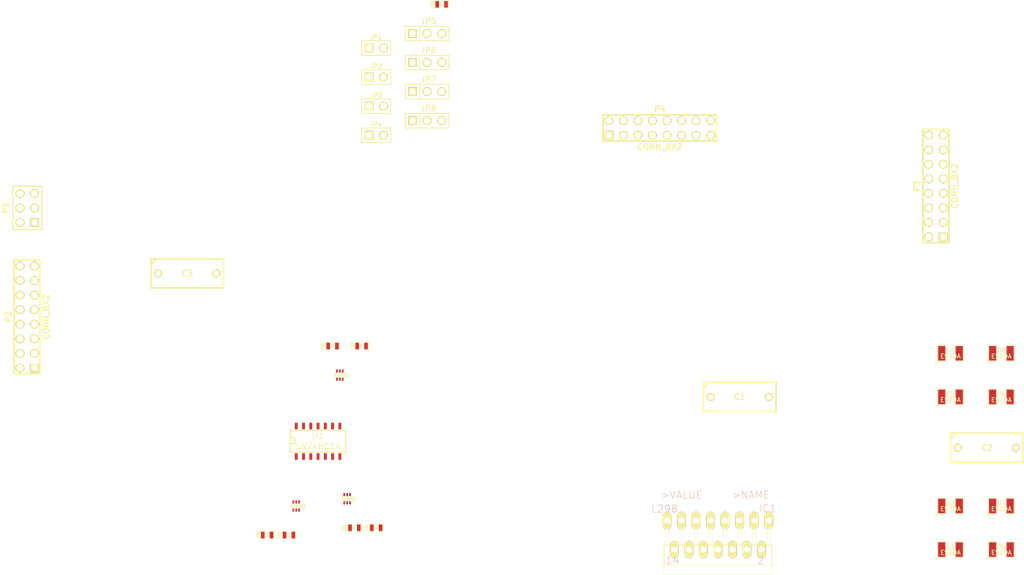
<source format=kicad_pcb>
(kicad_pcb (version 3) (host pcbnew "(2013-mar-25)-stable")

  (general
    (links 119)
    (no_connects 119)
    (area 89.3064 80.20685 268.374001 181.206141)
    (thickness 1.6)
    (drawings 0)
    (tracks 0)
    (zones 0)
    (modules 35)
    (nets 34)
  )

  (page A3)
  (layers
    (15 F.Cu signal)
    (0 B.Cu signal)
    (16 B.Adhes user)
    (17 F.Adhes user)
    (18 B.Paste user)
    (19 F.Paste user)
    (20 B.SilkS user)
    (21 F.SilkS user)
    (22 B.Mask user)
    (23 F.Mask user)
    (24 Dwgs.User user)
    (25 Cmts.User user)
    (26 Eco1.User user)
    (27 Eco2.User user)
    (28 Edge.Cuts user)
  )

  (setup
    (last_trace_width 0.254)
    (trace_clearance 0.254)
    (zone_clearance 0.508)
    (zone_45_only no)
    (trace_min 0.254)
    (segment_width 0.2)
    (edge_width 0.15)
    (via_size 0.889)
    (via_drill 0.635)
    (via_min_size 0.889)
    (via_min_drill 0.508)
    (uvia_size 0.508)
    (uvia_drill 0.127)
    (uvias_allowed no)
    (uvia_min_size 0.508)
    (uvia_min_drill 0.127)
    (pcb_text_width 0.3)
    (pcb_text_size 1 1)
    (mod_edge_width 0.15)
    (mod_text_size 1 1)
    (mod_text_width 0.15)
    (pad_size 1 1)
    (pad_drill 0.6)
    (pad_to_mask_clearance 0)
    (aux_axis_origin 0 0)
    (visible_elements FFFFFBBF)
    (pcbplotparams
      (layerselection 3178497)
      (usegerberextensions true)
      (excludeedgelayer true)
      (linewidth 152400)
      (plotframeref false)
      (viasonmask false)
      (mode 1)
      (useauxorigin false)
      (hpglpennumber 1)
      (hpglpenspeed 20)
      (hpglpendiameter 15)
      (hpglpenoverlay 2)
      (psnegative false)
      (psa4output false)
      (plotreference true)
      (plotvalue true)
      (plotothertext true)
      (plotinvisibletext false)
      (padsonsilk false)
      (subtractmaskfromsilk false)
      (outputformat 1)
      (mirror false)
      (drillshape 1)
      (scaleselection 1)
      (outputdirectory ""))
  )

  (net 0 "")
  (net 1 +12V)
  (net 2 +5V)
  (net 3 +9V)
  (net 4 DRV1_EN1)
  (net 5 DRV1_EN1_TTL)
  (net 6 DRV1_EN2)
  (net 7 DRV1_EN2_TTL)
  (net 8 DRV1_IN1)
  (net 9 DRV1_IN1_TTL)
  (net 10 DRV1_IN2)
  (net 11 DRV1_IN2_TTL)
  (net 12 DRV1_IN3)
  (net 13 DRV1_IN3_TTL)
  (net 14 DRV1_IN4)
  (net 15 DRV1_IN4_TTL)
  (net 16 GND)
  (net 17 N-0000015)
  (net 18 N-0000016)
  (net 19 N-0000017)
  (net 20 N-0000018)
  (net 21 N-0000019)
  (net 22 N-0000028)
  (net 23 N-0000029)
  (net 24 N-0000030)
  (net 25 N-0000032)
  (net 26 N-0000033)
  (net 27 N-0000034)
  (net 28 N-0000035)
  (net 29 N-0000036)
  (net 30 N-0000037)
  (net 31 N-0000038)
  (net 32 VCC)
  (net 33 VSS)

  (net_class Default "This is the default net class."
    (clearance 0.254)
    (trace_width 0.254)
    (via_dia 0.889)
    (via_drill 0.635)
    (uvia_dia 0.508)
    (uvia_drill 0.127)
    (add_net "")
    (add_net +12V)
    (add_net +5V)
    (add_net +9V)
    (add_net DRV1_EN1)
    (add_net DRV1_EN1_TTL)
    (add_net DRV1_EN2)
    (add_net DRV1_EN2_TTL)
    (add_net DRV1_IN1)
    (add_net DRV1_IN1_TTL)
    (add_net DRV1_IN2)
    (add_net DRV1_IN2_TTL)
    (add_net DRV1_IN3)
    (add_net DRV1_IN3_TTL)
    (add_net DRV1_IN4)
    (add_net DRV1_IN4_TTL)
    (add_net GND)
    (add_net N-0000015)
    (add_net N-0000016)
    (add_net N-0000017)
    (add_net N-0000018)
    (add_net N-0000019)
    (add_net N-0000028)
    (add_net N-0000029)
    (add_net N-0000030)
    (add_net N-0000032)
    (add_net N-0000033)
    (add_net N-0000034)
    (add_net N-0000035)
    (add_net N-0000036)
    (add_net N-0000037)
    (add_net N-0000038)
    (add_net VCC)
    (add_net VSS)
  )

  (module st-microelectronics-MULTIWATT-15 (layer F.Cu) (tedit 200000) (tstamp 5251713D)
    (at 214.63 179.07 180)
    (descr "MULTIWATT 15 LEAD")
    (tags "MULTIWATT 15 LEAD")
    (path /524C8B94)
    (attr virtual)
    (fp_text reference IC1 (at -8.69188 9.7028 180) (layer B.SilkS)
      (effects (font (size 1.27 1.27) (thickness 0.0889)))
    )
    (fp_text value L298 (at 9.32688 9.64184 180) (layer B.SilkS)
      (effects (font (size 1.27 1.27) (thickness 0.0889)))
    )
    (fp_line (start -9.144 6.096) (end -8.636 6.096) (layer F.SilkS) (width 0.06604))
    (fp_line (start -8.636 6.096) (end -8.636 3.302) (layer F.SilkS) (width 0.06604))
    (fp_line (start -9.144 3.302) (end -8.636 3.302) (layer F.SilkS) (width 0.06604))
    (fp_line (start -9.144 6.096) (end -9.144 3.302) (layer F.SilkS) (width 0.06604))
    (fp_line (start -6.604 6.096) (end -6.096 6.096) (layer F.SilkS) (width 0.06604))
    (fp_line (start -6.096 6.096) (end -6.096 3.302) (layer F.SilkS) (width 0.06604))
    (fp_line (start -6.604 3.302) (end -6.096 3.302) (layer F.SilkS) (width 0.06604))
    (fp_line (start -6.604 6.096) (end -6.604 3.302) (layer F.SilkS) (width 0.06604))
    (fp_line (start -4.064 6.096) (end -3.556 6.096) (layer F.SilkS) (width 0.06604))
    (fp_line (start -3.556 6.096) (end -3.556 3.302) (layer F.SilkS) (width 0.06604))
    (fp_line (start -4.064 3.302) (end -3.556 3.302) (layer F.SilkS) (width 0.06604))
    (fp_line (start -4.064 6.096) (end -4.064 3.302) (layer F.SilkS) (width 0.06604))
    (fp_line (start -1.524 6.096) (end -1.016 6.096) (layer F.SilkS) (width 0.06604))
    (fp_line (start -1.016 6.096) (end -1.016 3.302) (layer F.SilkS) (width 0.06604))
    (fp_line (start -1.524 3.302) (end -1.016 3.302) (layer F.SilkS) (width 0.06604))
    (fp_line (start -1.524 6.096) (end -1.524 3.302) (layer F.SilkS) (width 0.06604))
    (fp_line (start 1.016 6.096) (end 1.524 6.096) (layer F.SilkS) (width 0.06604))
    (fp_line (start 1.524 6.096) (end 1.524 3.302) (layer F.SilkS) (width 0.06604))
    (fp_line (start 1.016 3.302) (end 1.524 3.302) (layer F.SilkS) (width 0.06604))
    (fp_line (start 1.016 6.096) (end 1.016 3.302) (layer F.SilkS) (width 0.06604))
    (fp_line (start 3.556 6.096) (end 4.064 6.096) (layer F.SilkS) (width 0.06604))
    (fp_line (start 4.064 6.096) (end 4.064 3.302) (layer F.SilkS) (width 0.06604))
    (fp_line (start 3.556 3.302) (end 4.064 3.302) (layer F.SilkS) (width 0.06604))
    (fp_line (start 3.556 6.096) (end 3.556 3.302) (layer F.SilkS) (width 0.06604))
    (fp_line (start 6.096 6.096) (end 6.604 6.096) (layer F.SilkS) (width 0.06604))
    (fp_line (start 6.604 6.096) (end 6.604 3.302) (layer F.SilkS) (width 0.06604))
    (fp_line (start 6.096 3.302) (end 6.604 3.302) (layer F.SilkS) (width 0.06604))
    (fp_line (start 6.096 6.096) (end 6.096 3.302) (layer F.SilkS) (width 0.06604))
    (fp_line (start 8.636 6.096) (end 9.144 6.096) (layer F.SilkS) (width 0.06604))
    (fp_line (start 9.144 6.096) (end 9.144 3.302) (layer F.SilkS) (width 0.06604))
    (fp_line (start 8.636 3.302) (end 9.144 3.302) (layer F.SilkS) (width 0.06604))
    (fp_line (start 8.636 6.096) (end 8.636 3.302) (layer F.SilkS) (width 0.06604))
    (fp_line (start -9.4742 -0.17272) (end 9.4742 -0.17272) (layer F.SilkS) (width 0.06604))
    (fp_line (start 9.4742 -0.17272) (end 9.4742 -1.84912) (layer F.SilkS) (width 0.06604))
    (fp_line (start -9.4742 -1.84912) (end 9.4742 -1.84912) (layer F.SilkS) (width 0.06604))
    (fp_line (start -9.4742 -0.17272) (end -9.4742 -1.84912) (layer F.SilkS) (width 0.06604))
    (fp_line (start -9.398 3.302) (end -9.144 3.302) (layer F.SilkS) (width 0.1524))
    (fp_line (start -9.144 3.302) (end 9.144 3.302) (layer F.SilkS) (width 0.1524))
    (fp_line (start 9.144 3.302) (end 9.398 3.302) (layer F.SilkS) (width 0.1524))
    (fp_line (start -9.398 -0.254) (end -9.398 3.302) (layer F.SilkS) (width 0.1524))
    (fp_line (start 9.398 -0.254) (end 9.398 3.302) (layer F.SilkS) (width 0.1524))
    (fp_text user 2 (at -7.54126 0.635 180) (layer B.SilkS)
      (effects (font (size 1.27 1.27) (thickness 0.0889)))
    )
    (fp_text user 14 (at 7.9375 0.635 180) (layer B.SilkS)
      (effects (font (size 1.27 1.27) (thickness 0.0889)))
    )
    (fp_text user >NAME (at -5.715 12.065 180) (layer B.SilkS)
      (effects (font (size 1.27 1.27) (thickness 0.0889)))
    )
    (fp_text user >VALUE (at 6.35 12.065 180) (layer B.SilkS)
      (effects (font (size 1.27 1.27) (thickness 0.0889)))
    )
    (pad 1 thru_hole oval (at -8.89 7.62 180) (size 1.524 3.048) (drill 1.016)
      (layers *.Cu F.Paste F.SilkS F.Mask)
      (net 16 GND)
    )
    (pad 2 thru_hole oval (at -7.62 2.54 180) (size 1.524 3.048) (drill 1.016)
      (layers *.Cu F.Paste F.SilkS F.Mask)
      (net 26 N-0000033)
    )
    (pad 3 thru_hole oval (at -6.35 7.62 180) (size 1.524 3.048) (drill 1.016)
      (layers *.Cu F.Paste F.SilkS F.Mask)
      (net 23 N-0000029)
    )
    (pad 4 thru_hole oval (at -5.08 2.54 180) (size 1.524 3.048) (drill 1.016)
      (layers *.Cu F.Paste F.SilkS F.Mask)
      (net 33 VSS)
    )
    (pad 5 thru_hole oval (at -3.81 7.62 180) (size 1.524 3.048) (drill 1.016)
      (layers *.Cu F.Paste F.SilkS F.Mask)
      (net 17 N-0000015)
    )
    (pad 6 thru_hole oval (at -2.54 2.54 180) (size 1.524 3.048) (drill 1.016)
      (layers *.Cu F.Paste F.SilkS F.Mask)
      (net 5 DRV1_EN1_TTL)
    )
    (pad 7 thru_hole oval (at -1.27 7.62 180) (size 1.524 3.048) (drill 1.016)
      (layers *.Cu F.Paste F.SilkS F.Mask)
      (net 18 N-0000016)
    )
    (pad 8 thru_hole oval (at 0 2.54 180) (size 1.524 3.048) (drill 1.016)
      (layers *.Cu F.Paste F.SilkS F.Mask)
      (net 16 GND)
    )
    (pad 9 thru_hole oval (at 1.27 7.62 180) (size 1.524 3.048) (drill 1.016)
      (layers *.Cu F.Paste F.SilkS F.Mask)
      (net 32 VCC)
    )
    (pad 10 thru_hole oval (at 2.54 2.54 180) (size 1.524 3.048) (drill 1.016)
      (layers *.Cu F.Paste F.SilkS F.Mask)
      (net 19 N-0000017)
    )
    (pad 11 thru_hole oval (at 3.81 7.62 180) (size 1.524 3.048) (drill 1.016)
      (layers *.Cu F.Paste F.SilkS F.Mask)
      (net 7 DRV1_EN2_TTL)
    )
    (pad 12 thru_hole oval (at 5.08 2.54 180) (size 1.524 3.048) (drill 1.016)
      (layers *.Cu F.Paste F.SilkS F.Mask)
      (net 20 N-0000018)
    )
    (pad 13 thru_hole oval (at 6.35 7.62 180) (size 1.524 3.048) (drill 1.016)
      (layers *.Cu F.Paste F.SilkS F.Mask)
      (net 22 N-0000028)
    )
    (pad 14 thru_hole oval (at 7.62 2.54 180) (size 1.524 3.048) (drill 1.016)
      (layers *.Cu F.Paste F.SilkS F.Mask)
      (net 25 N-0000032)
    )
    (pad 15 thru_hole oval (at 8.89 7.62 180) (size 1.524 3.048) (drill 1.016)
      (layers *.Cu F.Paste F.SilkS F.Mask)
      (net 16 GND)
    )
  )

  (module SOT363 (layer F.Cu) (tedit 4ECF8DD7) (tstamp 5251714C)
    (at 140.97 168.91)
    (path /52324843)
    (attr smd)
    (fp_text reference Q1 (at 1.30048 0 90) (layer F.SilkS)
      (effects (font (size 0.508 0.508) (thickness 0.0762)))
    )
    (fp_text value PUMH9 (at 0.0635 0) (layer F.SilkS)
      (effects (font (size 0.381 0.381) (thickness 0.0762)))
    )
    (fp_line (start -0.89916 0) (end -0.59944 0.29972) (layer F.SilkS) (width 0.0762))
    (fp_line (start -0.89916 -0.29972) (end 0.89916 -0.29972) (layer F.SilkS) (width 0.0762))
    (fp_line (start 0.89916 -0.29972) (end 0.89916 0.29972) (layer F.SilkS) (width 0.0762))
    (fp_line (start 0.89916 0.29972) (end -0.89916 0.29972) (layer F.SilkS) (width 0.0762))
    (fp_line (start -0.89916 0.29972) (end -0.89916 -0.29972) (layer F.SilkS) (width 0.0762))
    (pad 6 smd rect (at -0.50038 -0.71882) (size 0.29972 0.55118)
      (layers F.Cu F.Paste F.Mask)
      (net 31 N-0000038)
    )
    (pad 5 smd rect (at 0 -0.71882) (size 0.29972 0.55118)
      (layers F.Cu F.Paste F.Mask)
      (net 10 DRV1_IN2)
    )
    (pad 4 smd rect (at 0.50038 -0.71882) (size 0.29972 0.55118)
      (layers F.Cu F.Paste F.Mask)
      (net 16 GND)
    )
    (pad 3 smd rect (at 0.50038 0.71882) (size 0.29972 0.55118)
      (layers F.Cu F.Paste F.Mask)
      (net 28 N-0000035)
    )
    (pad 2 smd rect (at 0 0.71882) (size 0.29972 0.55118)
      (layers F.Cu F.Paste F.Mask)
      (net 8 DRV1_IN1)
    )
    (pad 1 smd rect (at -0.50038 0.71882) (size 0.29972 0.55118)
      (layers F.Cu F.Paste F.Mask)
      (net 16 GND)
    )
    (model smd\SOT23_6.wrl
      (at (xyz 0 0 0))
      (scale (xyz 0.06 0.06 0.06))
      (rotate (xyz 0 0 -180))
    )
  )

  (module SOT363 (layer F.Cu) (tedit 4ECF8DD7) (tstamp 5251715B)
    (at 149.86 167.64)
    (path /524B5453)
    (attr smd)
    (fp_text reference Q2 (at 1.30048 0 90) (layer F.SilkS)
      (effects (font (size 0.508 0.508) (thickness 0.0762)))
    )
    (fp_text value PUMH9 (at 0.0635 0) (layer F.SilkS)
      (effects (font (size 0.381 0.381) (thickness 0.0762)))
    )
    (fp_line (start -0.89916 0) (end -0.59944 0.29972) (layer F.SilkS) (width 0.0762))
    (fp_line (start -0.89916 -0.29972) (end 0.89916 -0.29972) (layer F.SilkS) (width 0.0762))
    (fp_line (start 0.89916 -0.29972) (end 0.89916 0.29972) (layer F.SilkS) (width 0.0762))
    (fp_line (start 0.89916 0.29972) (end -0.89916 0.29972) (layer F.SilkS) (width 0.0762))
    (fp_line (start -0.89916 0.29972) (end -0.89916 -0.29972) (layer F.SilkS) (width 0.0762))
    (pad 6 smd rect (at -0.50038 -0.71882) (size 0.29972 0.55118)
      (layers F.Cu F.Paste F.Mask)
      (net 29 N-0000036)
    )
    (pad 5 smd rect (at 0 -0.71882) (size 0.29972 0.55118)
      (layers F.Cu F.Paste F.Mask)
      (net 12 DRV1_IN3)
    )
    (pad 4 smd rect (at 0.50038 -0.71882) (size 0.29972 0.55118)
      (layers F.Cu F.Paste F.Mask)
      (net 16 GND)
    )
    (pad 3 smd rect (at 0.50038 0.71882) (size 0.29972 0.55118)
      (layers F.Cu F.Paste F.Mask)
      (net 30 N-0000037)
    )
    (pad 2 smd rect (at 0 0.71882) (size 0.29972 0.55118)
      (layers F.Cu F.Paste F.Mask)
      (net 4 DRV1_EN1)
    )
    (pad 1 smd rect (at -0.50038 0.71882) (size 0.29972 0.55118)
      (layers F.Cu F.Paste F.Mask)
      (net 16 GND)
    )
    (model smd\SOT23_6.wrl
      (at (xyz 0 0 0))
      (scale (xyz 0.06 0.06 0.06))
      (rotate (xyz 0 0 -180))
    )
  )

  (module SOT363 (layer F.Cu) (tedit 4ECF8DD7) (tstamp 5251716A)
    (at 148.59 146.05)
    (path /524B5471)
    (attr smd)
    (fp_text reference Q3 (at 1.30048 0 90) (layer F.SilkS)
      (effects (font (size 0.508 0.508) (thickness 0.0762)))
    )
    (fp_text value PUMH9 (at 0.0635 0) (layer F.SilkS)
      (effects (font (size 0.381 0.381) (thickness 0.0762)))
    )
    (fp_line (start -0.89916 0) (end -0.59944 0.29972) (layer F.SilkS) (width 0.0762))
    (fp_line (start -0.89916 -0.29972) (end 0.89916 -0.29972) (layer F.SilkS) (width 0.0762))
    (fp_line (start 0.89916 -0.29972) (end 0.89916 0.29972) (layer F.SilkS) (width 0.0762))
    (fp_line (start 0.89916 0.29972) (end -0.89916 0.29972) (layer F.SilkS) (width 0.0762))
    (fp_line (start -0.89916 0.29972) (end -0.89916 -0.29972) (layer F.SilkS) (width 0.0762))
    (pad 6 smd rect (at -0.50038 -0.71882) (size 0.29972 0.55118)
      (layers F.Cu F.Paste F.Mask)
      (net 27 N-0000034)
    )
    (pad 5 smd rect (at 0 -0.71882) (size 0.29972 0.55118)
      (layers F.Cu F.Paste F.Mask)
      (net 6 DRV1_EN2)
    )
    (pad 4 smd rect (at 0.50038 -0.71882) (size 0.29972 0.55118)
      (layers F.Cu F.Paste F.Mask)
      (net 16 GND)
    )
    (pad 3 smd rect (at 0.50038 0.71882) (size 0.29972 0.55118)
      (layers F.Cu F.Paste F.Mask)
      (net 24 N-0000030)
    )
    (pad 2 smd rect (at 0 0.71882) (size 0.29972 0.55118)
      (layers F.Cu F.Paste F.Mask)
      (net 14 DRV1_IN4)
    )
    (pad 1 smd rect (at -0.50038 0.71882) (size 0.29972 0.55118)
      (layers F.Cu F.Paste F.Mask)
      (net 16 GND)
    )
    (model smd\SOT23_6.wrl
      (at (xyz 0 0 0))
      (scale (xyz 0.06 0.06 0.06))
      (rotate (xyz 0 0 -180))
    )
  )

  (module SO14E (layer F.Cu) (tedit 42806FBF) (tstamp 52517183)
    (at 144.78 157.48)
    (descr "module CMS SOJ 14 pins etroit")
    (tags "CMS SOJ")
    (path /5232479F)
    (attr smd)
    (fp_text reference U1 (at 0 -0.762) (layer F.SilkS)
      (effects (font (size 1.016 1.143) (thickness 0.127)))
    )
    (fp_text value SN74HC14 (at 0 1.016) (layer F.SilkS)
      (effects (font (size 1.016 1.016) (thickness 0.127)))
    )
    (fp_line (start -4.826 -1.778) (end 4.826 -1.778) (layer F.SilkS) (width 0.2032))
    (fp_line (start 4.826 -1.778) (end 4.826 2.032) (layer F.SilkS) (width 0.2032))
    (fp_line (start 4.826 2.032) (end -4.826 2.032) (layer F.SilkS) (width 0.2032))
    (fp_line (start -4.826 2.032) (end -4.826 -1.778) (layer F.SilkS) (width 0.2032))
    (fp_line (start -4.826 -0.508) (end -4.064 -0.508) (layer F.SilkS) (width 0.2032))
    (fp_line (start -4.064 -0.508) (end -4.064 0.508) (layer F.SilkS) (width 0.2032))
    (fp_line (start -4.064 0.508) (end -4.826 0.508) (layer F.SilkS) (width 0.2032))
    (pad 1 smd rect (at -3.81 2.794) (size 0.508 1.143)
      (layers F.Cu F.Paste F.Mask)
      (net 31 N-0000038)
    )
    (pad 2 smd rect (at -2.54 2.794) (size 0.508 1.143)
      (layers F.Cu F.Paste F.Mask)
      (net 9 DRV1_IN1_TTL)
    )
    (pad 3 smd rect (at -1.27 2.794) (size 0.508 1.143)
      (layers F.Cu F.Paste F.Mask)
      (net 28 N-0000035)
    )
    (pad 4 smd rect (at 0 2.794) (size 0.508 1.143)
      (layers F.Cu F.Paste F.Mask)
      (net 11 DRV1_IN2_TTL)
    )
    (pad 5 smd rect (at 1.27 2.794) (size 0.508 1.143)
      (layers F.Cu F.Paste F.Mask)
      (net 29 N-0000036)
    )
    (pad 6 smd rect (at 2.54 2.794) (size 0.508 1.143)
      (layers F.Cu F.Paste F.Mask)
      (net 5 DRV1_EN1_TTL)
    )
    (pad 7 smd rect (at 3.81 2.794) (size 0.508 1.143)
      (layers F.Cu F.Paste F.Mask)
      (net 16 GND)
    )
    (pad 8 smd rect (at 3.81 -2.54) (size 0.508 1.143)
      (layers F.Cu F.Paste F.Mask)
      (net 13 DRV1_IN3_TTL)
    )
    (pad 9 smd rect (at 2.54 -2.54) (size 0.508 1.143)
      (layers F.Cu F.Paste F.Mask)
      (net 30 N-0000037)
    )
    (pad 10 smd rect (at 1.27 -2.54) (size 0.508 1.143)
      (layers F.Cu F.Paste F.Mask)
      (net 15 DRV1_IN4_TTL)
    )
    (pad 11 smd rect (at 0 -2.54) (size 0.508 1.143)
      (layers F.Cu F.Paste F.Mask)
      (net 27 N-0000034)
    )
    (pad 12 smd rect (at -1.27 -2.54) (size 0.508 1.143)
      (layers F.Cu F.Paste F.Mask)
      (net 7 DRV1_EN2_TTL)
    )
    (pad 13 smd rect (at -2.54 -2.54) (size 0.508 1.143)
      (layers F.Cu F.Paste F.Mask)
      (net 24 N-0000030)
    )
    (pad 14 smd rect (at -3.81 -2.54) (size 0.508 1.143)
      (layers F.Cu F.Paste F.Mask)
      (net 32 VCC)
    )
    (model smd/cms_so14.wrl
      (at (xyz 0 0 0))
      (scale (xyz 0.5 0.3 0.5))
      (rotate (xyz 0 0 0))
    )
  )

  (module SM1210 (layer F.Cu) (tedit 42806E94) (tstamp 52517190)
    (at 255.27 176.53)
    (tags "CMS SM")
    (path /5232499A)
    (attr smd)
    (fp_text reference D1 (at 0 -0.508) (layer F.SilkS)
      (effects (font (size 0.762 0.762) (thickness 0.127)))
    )
    (fp_text value ES2DA (at 0 0.508) (layer F.SilkS)
      (effects (font (size 0.762 0.762) (thickness 0.127)))
    )
    (fp_circle (center -2.413 1.524) (end -2.286 1.397) (layer F.SilkS) (width 0.127))
    (fp_line (start -0.762 -1.397) (end -2.286 -1.397) (layer F.SilkS) (width 0.127))
    (fp_line (start -2.286 -1.397) (end -2.286 1.397) (layer F.SilkS) (width 0.127))
    (fp_line (start -2.286 1.397) (end -0.762 1.397) (layer F.SilkS) (width 0.127))
    (fp_line (start 0.762 1.397) (end 2.286 1.397) (layer F.SilkS) (width 0.127))
    (fp_line (start 2.286 1.397) (end 2.286 -1.397) (layer F.SilkS) (width 0.127))
    (fp_line (start 2.286 -1.397) (end 0.762 -1.397) (layer F.SilkS) (width 0.127))
    (pad 1 smd rect (at -1.524 0) (size 1.27 2.54)
      (layers F.Cu F.Paste F.Mask)
      (net 16 GND)
    )
    (pad 2 smd rect (at 1.524 0) (size 1.27 2.54)
      (layers F.Cu F.Paste F.Mask)
      (net 26 N-0000033)
    )
    (model smd/chip_cms.wrl
      (at (xyz 0 0 0))
      (scale (xyz 0.17 0.2 0.17))
      (rotate (xyz 0 0 0))
    )
  )

  (module SM1210 (layer F.Cu) (tedit 42806E94) (tstamp 5251719D)
    (at 264.16 176.53)
    (tags "CMS SM")
    (path /523249A9)
    (attr smd)
    (fp_text reference D5 (at 0 -0.508) (layer F.SilkS)
      (effects (font (size 0.762 0.762) (thickness 0.127)))
    )
    (fp_text value ES2DA (at 0 0.508) (layer F.SilkS)
      (effects (font (size 0.762 0.762) (thickness 0.127)))
    )
    (fp_circle (center -2.413 1.524) (end -2.286 1.397) (layer F.SilkS) (width 0.127))
    (fp_line (start -0.762 -1.397) (end -2.286 -1.397) (layer F.SilkS) (width 0.127))
    (fp_line (start -2.286 -1.397) (end -2.286 1.397) (layer F.SilkS) (width 0.127))
    (fp_line (start -2.286 1.397) (end -0.762 1.397) (layer F.SilkS) (width 0.127))
    (fp_line (start 0.762 1.397) (end 2.286 1.397) (layer F.SilkS) (width 0.127))
    (fp_line (start 2.286 1.397) (end 2.286 -1.397) (layer F.SilkS) (width 0.127))
    (fp_line (start 2.286 -1.397) (end 0.762 -1.397) (layer F.SilkS) (width 0.127))
    (pad 1 smd rect (at -1.524 0) (size 1.27 2.54)
      (layers F.Cu F.Paste F.Mask)
      (net 26 N-0000033)
    )
    (pad 2 smd rect (at 1.524 0) (size 1.27 2.54)
      (layers F.Cu F.Paste F.Mask)
      (net 33 VSS)
    )
    (model smd/chip_cms.wrl
      (at (xyz 0 0 0))
      (scale (xyz 0.17 0.2 0.17))
      (rotate (xyz 0 0 0))
    )
  )

  (module SM1210 (layer F.Cu) (tedit 42806E94) (tstamp 525171AA)
    (at 255.27 149.86)
    (tags "CMS SM")
    (path /523249B8)
    (attr smd)
    (fp_text reference D2 (at 0 -0.508) (layer F.SilkS)
      (effects (font (size 0.762 0.762) (thickness 0.127)))
    )
    (fp_text value ES2DA (at 0 0.508) (layer F.SilkS)
      (effects (font (size 0.762 0.762) (thickness 0.127)))
    )
    (fp_circle (center -2.413 1.524) (end -2.286 1.397) (layer F.SilkS) (width 0.127))
    (fp_line (start -0.762 -1.397) (end -2.286 -1.397) (layer F.SilkS) (width 0.127))
    (fp_line (start -2.286 -1.397) (end -2.286 1.397) (layer F.SilkS) (width 0.127))
    (fp_line (start -2.286 1.397) (end -0.762 1.397) (layer F.SilkS) (width 0.127))
    (fp_line (start 0.762 1.397) (end 2.286 1.397) (layer F.SilkS) (width 0.127))
    (fp_line (start 2.286 1.397) (end 2.286 -1.397) (layer F.SilkS) (width 0.127))
    (fp_line (start 2.286 -1.397) (end 0.762 -1.397) (layer F.SilkS) (width 0.127))
    (pad 1 smd rect (at -1.524 0) (size 1.27 2.54)
      (layers F.Cu F.Paste F.Mask)
      (net 16 GND)
    )
    (pad 2 smd rect (at 1.524 0) (size 1.27 2.54)
      (layers F.Cu F.Paste F.Mask)
      (net 23 N-0000029)
    )
    (model smd/chip_cms.wrl
      (at (xyz 0 0 0))
      (scale (xyz 0.17 0.2 0.17))
      (rotate (xyz 0 0 0))
    )
  )

  (module SM1210 (layer F.Cu) (tedit 42806E94) (tstamp 525171B7)
    (at 264.16 149.86)
    (tags "CMS SM")
    (path /523249C7)
    (attr smd)
    (fp_text reference D6 (at 0 -0.508) (layer F.SilkS)
      (effects (font (size 0.762 0.762) (thickness 0.127)))
    )
    (fp_text value ES2DA (at 0 0.508) (layer F.SilkS)
      (effects (font (size 0.762 0.762) (thickness 0.127)))
    )
    (fp_circle (center -2.413 1.524) (end -2.286 1.397) (layer F.SilkS) (width 0.127))
    (fp_line (start -0.762 -1.397) (end -2.286 -1.397) (layer F.SilkS) (width 0.127))
    (fp_line (start -2.286 -1.397) (end -2.286 1.397) (layer F.SilkS) (width 0.127))
    (fp_line (start -2.286 1.397) (end -0.762 1.397) (layer F.SilkS) (width 0.127))
    (fp_line (start 0.762 1.397) (end 2.286 1.397) (layer F.SilkS) (width 0.127))
    (fp_line (start 2.286 1.397) (end 2.286 -1.397) (layer F.SilkS) (width 0.127))
    (fp_line (start 2.286 -1.397) (end 0.762 -1.397) (layer F.SilkS) (width 0.127))
    (pad 1 smd rect (at -1.524 0) (size 1.27 2.54)
      (layers F.Cu F.Paste F.Mask)
      (net 23 N-0000029)
    )
    (pad 2 smd rect (at 1.524 0) (size 1.27 2.54)
      (layers F.Cu F.Paste F.Mask)
      (net 33 VSS)
    )
    (model smd/chip_cms.wrl
      (at (xyz 0 0 0))
      (scale (xyz 0.17 0.2 0.17))
      (rotate (xyz 0 0 0))
    )
  )

  (module SM1210 (layer F.Cu) (tedit 42806E94) (tstamp 525171C4)
    (at 255.27 168.91)
    (tags "CMS SM")
    (path /523249D6)
    (attr smd)
    (fp_text reference D3 (at 0 -0.508) (layer F.SilkS)
      (effects (font (size 0.762 0.762) (thickness 0.127)))
    )
    (fp_text value ES2DA (at 0 0.508) (layer F.SilkS)
      (effects (font (size 0.762 0.762) (thickness 0.127)))
    )
    (fp_circle (center -2.413 1.524) (end -2.286 1.397) (layer F.SilkS) (width 0.127))
    (fp_line (start -0.762 -1.397) (end -2.286 -1.397) (layer F.SilkS) (width 0.127))
    (fp_line (start -2.286 -1.397) (end -2.286 1.397) (layer F.SilkS) (width 0.127))
    (fp_line (start -2.286 1.397) (end -0.762 1.397) (layer F.SilkS) (width 0.127))
    (fp_line (start 0.762 1.397) (end 2.286 1.397) (layer F.SilkS) (width 0.127))
    (fp_line (start 2.286 1.397) (end 2.286 -1.397) (layer F.SilkS) (width 0.127))
    (fp_line (start 2.286 -1.397) (end 0.762 -1.397) (layer F.SilkS) (width 0.127))
    (pad 1 smd rect (at -1.524 0) (size 1.27 2.54)
      (layers F.Cu F.Paste F.Mask)
      (net 16 GND)
    )
    (pad 2 smd rect (at 1.524 0) (size 1.27 2.54)
      (layers F.Cu F.Paste F.Mask)
      (net 22 N-0000028)
    )
    (model smd/chip_cms.wrl
      (at (xyz 0 0 0))
      (scale (xyz 0.17 0.2 0.17))
      (rotate (xyz 0 0 0))
    )
  )

  (module SM1210 (layer F.Cu) (tedit 42806E94) (tstamp 525171D1)
    (at 264.16 168.91)
    (tags "CMS SM")
    (path /523249E5)
    (attr smd)
    (fp_text reference D7 (at 0 -0.508) (layer F.SilkS)
      (effects (font (size 0.762 0.762) (thickness 0.127)))
    )
    (fp_text value ES2DA (at 0 0.508) (layer F.SilkS)
      (effects (font (size 0.762 0.762) (thickness 0.127)))
    )
    (fp_circle (center -2.413 1.524) (end -2.286 1.397) (layer F.SilkS) (width 0.127))
    (fp_line (start -0.762 -1.397) (end -2.286 -1.397) (layer F.SilkS) (width 0.127))
    (fp_line (start -2.286 -1.397) (end -2.286 1.397) (layer F.SilkS) (width 0.127))
    (fp_line (start -2.286 1.397) (end -0.762 1.397) (layer F.SilkS) (width 0.127))
    (fp_line (start 0.762 1.397) (end 2.286 1.397) (layer F.SilkS) (width 0.127))
    (fp_line (start 2.286 1.397) (end 2.286 -1.397) (layer F.SilkS) (width 0.127))
    (fp_line (start 2.286 -1.397) (end 0.762 -1.397) (layer F.SilkS) (width 0.127))
    (pad 1 smd rect (at -1.524 0) (size 1.27 2.54)
      (layers F.Cu F.Paste F.Mask)
      (net 22 N-0000028)
    )
    (pad 2 smd rect (at 1.524 0) (size 1.27 2.54)
      (layers F.Cu F.Paste F.Mask)
      (net 33 VSS)
    )
    (model smd/chip_cms.wrl
      (at (xyz 0 0 0))
      (scale (xyz 0.17 0.2 0.17))
      (rotate (xyz 0 0 0))
    )
  )

  (module SM1210 (layer F.Cu) (tedit 42806E94) (tstamp 525171DE)
    (at 255.27 142.24)
    (tags "CMS SM")
    (path /523249F4)
    (attr smd)
    (fp_text reference D4 (at 0 -0.508) (layer F.SilkS)
      (effects (font (size 0.762 0.762) (thickness 0.127)))
    )
    (fp_text value ES2DA (at 0 0.508) (layer F.SilkS)
      (effects (font (size 0.762 0.762) (thickness 0.127)))
    )
    (fp_circle (center -2.413 1.524) (end -2.286 1.397) (layer F.SilkS) (width 0.127))
    (fp_line (start -0.762 -1.397) (end -2.286 -1.397) (layer F.SilkS) (width 0.127))
    (fp_line (start -2.286 -1.397) (end -2.286 1.397) (layer F.SilkS) (width 0.127))
    (fp_line (start -2.286 1.397) (end -0.762 1.397) (layer F.SilkS) (width 0.127))
    (fp_line (start 0.762 1.397) (end 2.286 1.397) (layer F.SilkS) (width 0.127))
    (fp_line (start 2.286 1.397) (end 2.286 -1.397) (layer F.SilkS) (width 0.127))
    (fp_line (start 2.286 -1.397) (end 0.762 -1.397) (layer F.SilkS) (width 0.127))
    (pad 1 smd rect (at -1.524 0) (size 1.27 2.54)
      (layers F.Cu F.Paste F.Mask)
      (net 16 GND)
    )
    (pad 2 smd rect (at 1.524 0) (size 1.27 2.54)
      (layers F.Cu F.Paste F.Mask)
      (net 25 N-0000032)
    )
    (model smd/chip_cms.wrl
      (at (xyz 0 0 0))
      (scale (xyz 0.17 0.2 0.17))
      (rotate (xyz 0 0 0))
    )
  )

  (module SM1210 (layer F.Cu) (tedit 42806E94) (tstamp 525171EB)
    (at 264.16 142.24)
    (tags "CMS SM")
    (path /52324A03)
    (attr smd)
    (fp_text reference D8 (at 0 -0.508) (layer F.SilkS)
      (effects (font (size 0.762 0.762) (thickness 0.127)))
    )
    (fp_text value ES2DA (at 0 0.508) (layer F.SilkS)
      (effects (font (size 0.762 0.762) (thickness 0.127)))
    )
    (fp_circle (center -2.413 1.524) (end -2.286 1.397) (layer F.SilkS) (width 0.127))
    (fp_line (start -0.762 -1.397) (end -2.286 -1.397) (layer F.SilkS) (width 0.127))
    (fp_line (start -2.286 -1.397) (end -2.286 1.397) (layer F.SilkS) (width 0.127))
    (fp_line (start -2.286 1.397) (end -0.762 1.397) (layer F.SilkS) (width 0.127))
    (fp_line (start 0.762 1.397) (end 2.286 1.397) (layer F.SilkS) (width 0.127))
    (fp_line (start 2.286 1.397) (end 2.286 -1.397) (layer F.SilkS) (width 0.127))
    (fp_line (start 2.286 -1.397) (end 0.762 -1.397) (layer F.SilkS) (width 0.127))
    (pad 1 smd rect (at -1.524 0) (size 1.27 2.54)
      (layers F.Cu F.Paste F.Mask)
      (net 25 N-0000032)
    )
    (pad 2 smd rect (at 1.524 0) (size 1.27 2.54)
      (layers F.Cu F.Paste F.Mask)
      (net 33 VSS)
    )
    (model smd/chip_cms.wrl
      (at (xyz 0 0 0))
      (scale (xyz 0.17 0.2 0.17))
      (rotate (xyz 0 0 0))
    )
  )

  (module SM0603_Resistor (layer F.Cu) (tedit 5051B21B) (tstamp 525171F7)
    (at 151.13 172.72)
    (path /524B54B8)
    (attr smd)
    (fp_text reference R4 (at 0.0635 -0.0635 90) (layer F.SilkS)
      (effects (font (size 0.50038 0.4572) (thickness 0.1143)))
    )
    (fp_text value 10k (at -1.69926 0 90) (layer F.SilkS)
      (effects (font (size 0.508 0.4572) (thickness 0.1143)))
    )
    (fp_line (start -0.50038 -0.6985) (end -1.2065 -0.6985) (layer F.SilkS) (width 0.127))
    (fp_line (start -1.2065 -0.6985) (end -1.2065 0.6985) (layer F.SilkS) (width 0.127))
    (fp_line (start -1.2065 0.6985) (end -0.50038 0.6985) (layer F.SilkS) (width 0.127))
    (fp_line (start 1.2065 -0.6985) (end 0.50038 -0.6985) (layer F.SilkS) (width 0.127))
    (fp_line (start 1.2065 -0.6985) (end 1.2065 0.6985) (layer F.SilkS) (width 0.127))
    (fp_line (start 1.2065 0.6985) (end 0.50038 0.6985) (layer F.SilkS) (width 0.127))
    (pad 1 smd rect (at -0.762 0) (size 0.635 1.143)
      (layers F.Cu F.Paste F.Mask)
      (net 32 VCC)
    )
    (pad 2 smd rect (at 0.762 0) (size 0.635 1.143)
      (layers F.Cu F.Paste F.Mask)
      (net 30 N-0000037)
    )
    (model smd\resistors\R0603.wrl
      (at (xyz 0 0 0.001))
      (scale (xyz 0.5 0.5 0.5))
      (rotate (xyz 0 0 0))
    )
  )

  (module SM0603_Resistor (layer F.Cu) (tedit 5051B21B) (tstamp 52517203)
    (at 147.32 140.97)
    (path /524B54C7)
    (attr smd)
    (fp_text reference R5 (at 0.0635 -0.0635 90) (layer F.SilkS)
      (effects (font (size 0.50038 0.4572) (thickness 0.1143)))
    )
    (fp_text value 10k (at -1.69926 0 90) (layer F.SilkS)
      (effects (font (size 0.508 0.4572) (thickness 0.1143)))
    )
    (fp_line (start -0.50038 -0.6985) (end -1.2065 -0.6985) (layer F.SilkS) (width 0.127))
    (fp_line (start -1.2065 -0.6985) (end -1.2065 0.6985) (layer F.SilkS) (width 0.127))
    (fp_line (start -1.2065 0.6985) (end -0.50038 0.6985) (layer F.SilkS) (width 0.127))
    (fp_line (start 1.2065 -0.6985) (end 0.50038 -0.6985) (layer F.SilkS) (width 0.127))
    (fp_line (start 1.2065 -0.6985) (end 1.2065 0.6985) (layer F.SilkS) (width 0.127))
    (fp_line (start 1.2065 0.6985) (end 0.50038 0.6985) (layer F.SilkS) (width 0.127))
    (pad 1 smd rect (at -0.762 0) (size 0.635 1.143)
      (layers F.Cu F.Paste F.Mask)
      (net 32 VCC)
    )
    (pad 2 smd rect (at 0.762 0) (size 0.635 1.143)
      (layers F.Cu F.Paste F.Mask)
      (net 27 N-0000034)
    )
    (model smd\resistors\R0603.wrl
      (at (xyz 0 0 0.001))
      (scale (xyz 0.5 0.5 0.5))
      (rotate (xyz 0 0 0))
    )
  )

  (module SM0603_Resistor (layer F.Cu) (tedit 5051B21B) (tstamp 5251720F)
    (at 152.4 140.97)
    (path /524B54D6)
    (attr smd)
    (fp_text reference R6 (at 0.0635 -0.0635 90) (layer F.SilkS)
      (effects (font (size 0.50038 0.4572) (thickness 0.1143)))
    )
    (fp_text value 10k (at -1.69926 0 90) (layer F.SilkS)
      (effects (font (size 0.508 0.4572) (thickness 0.1143)))
    )
    (fp_line (start -0.50038 -0.6985) (end -1.2065 -0.6985) (layer F.SilkS) (width 0.127))
    (fp_line (start -1.2065 -0.6985) (end -1.2065 0.6985) (layer F.SilkS) (width 0.127))
    (fp_line (start -1.2065 0.6985) (end -0.50038 0.6985) (layer F.SilkS) (width 0.127))
    (fp_line (start 1.2065 -0.6985) (end 0.50038 -0.6985) (layer F.SilkS) (width 0.127))
    (fp_line (start 1.2065 -0.6985) (end 1.2065 0.6985) (layer F.SilkS) (width 0.127))
    (fp_line (start 1.2065 0.6985) (end 0.50038 0.6985) (layer F.SilkS) (width 0.127))
    (pad 1 smd rect (at -0.762 0) (size 0.635 1.143)
      (layers F.Cu F.Paste F.Mask)
      (net 32 VCC)
    )
    (pad 2 smd rect (at 0.762 0) (size 0.635 1.143)
      (layers F.Cu F.Paste F.Mask)
      (net 24 N-0000030)
    )
    (model smd\resistors\R0603.wrl
      (at (xyz 0 0 0.001))
      (scale (xyz 0.5 0.5 0.5))
      (rotate (xyz 0 0 0))
    )
  )

  (module SM0603_Resistor (layer F.Cu) (tedit 5051B21B) (tstamp 5251721B)
    (at 166.37 81.28)
    (path /524CA341)
    (attr smd)
    (fp_text reference R7 (at 0.0635 -0.0635 90) (layer F.SilkS)
      (effects (font (size 0.50038 0.4572) (thickness 0.1143)))
    )
    (fp_text value 10k (at -1.69926 0 90) (layer F.SilkS)
      (effects (font (size 0.508 0.4572) (thickness 0.1143)))
    )
    (fp_line (start -0.50038 -0.6985) (end -1.2065 -0.6985) (layer F.SilkS) (width 0.127))
    (fp_line (start -1.2065 -0.6985) (end -1.2065 0.6985) (layer F.SilkS) (width 0.127))
    (fp_line (start -1.2065 0.6985) (end -0.50038 0.6985) (layer F.SilkS) (width 0.127))
    (fp_line (start 1.2065 -0.6985) (end 0.50038 -0.6985) (layer F.SilkS) (width 0.127))
    (fp_line (start 1.2065 -0.6985) (end 1.2065 0.6985) (layer F.SilkS) (width 0.127))
    (fp_line (start 1.2065 0.6985) (end 0.50038 0.6985) (layer F.SilkS) (width 0.127))
    (pad 1 smd rect (at -0.762 0) (size 0.635 1.143)
      (layers F.Cu F.Paste F.Mask)
      (net 32 VCC)
    )
    (pad 2 smd rect (at 0.762 0) (size 0.635 1.143)
      (layers F.Cu F.Paste F.Mask)
      (net 21 N-0000019)
    )
    (model smd\resistors\R0603.wrl
      (at (xyz 0 0 0.001))
      (scale (xyz 0.5 0.5 0.5))
      (rotate (xyz 0 0 0))
    )
  )

  (module SM0603_Resistor (layer F.Cu) (tedit 5051B21B) (tstamp 52517227)
    (at 154.94 172.72)
    (path /524B54A9)
    (attr smd)
    (fp_text reference R3 (at 0.0635 -0.0635 90) (layer F.SilkS)
      (effects (font (size 0.50038 0.4572) (thickness 0.1143)))
    )
    (fp_text value 10k (at -1.69926 0 90) (layer F.SilkS)
      (effects (font (size 0.508 0.4572) (thickness 0.1143)))
    )
    (fp_line (start -0.50038 -0.6985) (end -1.2065 -0.6985) (layer F.SilkS) (width 0.127))
    (fp_line (start -1.2065 -0.6985) (end -1.2065 0.6985) (layer F.SilkS) (width 0.127))
    (fp_line (start -1.2065 0.6985) (end -0.50038 0.6985) (layer F.SilkS) (width 0.127))
    (fp_line (start 1.2065 -0.6985) (end 0.50038 -0.6985) (layer F.SilkS) (width 0.127))
    (fp_line (start 1.2065 -0.6985) (end 1.2065 0.6985) (layer F.SilkS) (width 0.127))
    (fp_line (start 1.2065 0.6985) (end 0.50038 0.6985) (layer F.SilkS) (width 0.127))
    (pad 1 smd rect (at -0.762 0) (size 0.635 1.143)
      (layers F.Cu F.Paste F.Mask)
      (net 32 VCC)
    )
    (pad 2 smd rect (at 0.762 0) (size 0.635 1.143)
      (layers F.Cu F.Paste F.Mask)
      (net 29 N-0000036)
    )
    (model smd\resistors\R0603.wrl
      (at (xyz 0 0 0.001))
      (scale (xyz 0.5 0.5 0.5))
      (rotate (xyz 0 0 0))
    )
  )

  (module SM0603_Resistor (layer F.Cu) (tedit 5051B21B) (tstamp 52517233)
    (at 135.89 173.99)
    (path /524B549A)
    (attr smd)
    (fp_text reference R2 (at 0.0635 -0.0635 90) (layer F.SilkS)
      (effects (font (size 0.50038 0.4572) (thickness 0.1143)))
    )
    (fp_text value 10k (at -1.69926 0 90) (layer F.SilkS)
      (effects (font (size 0.508 0.4572) (thickness 0.1143)))
    )
    (fp_line (start -0.50038 -0.6985) (end -1.2065 -0.6985) (layer F.SilkS) (width 0.127))
    (fp_line (start -1.2065 -0.6985) (end -1.2065 0.6985) (layer F.SilkS) (width 0.127))
    (fp_line (start -1.2065 0.6985) (end -0.50038 0.6985) (layer F.SilkS) (width 0.127))
    (fp_line (start 1.2065 -0.6985) (end 0.50038 -0.6985) (layer F.SilkS) (width 0.127))
    (fp_line (start 1.2065 -0.6985) (end 1.2065 0.6985) (layer F.SilkS) (width 0.127))
    (fp_line (start 1.2065 0.6985) (end 0.50038 0.6985) (layer F.SilkS) (width 0.127))
    (pad 1 smd rect (at -0.762 0) (size 0.635 1.143)
      (layers F.Cu F.Paste F.Mask)
      (net 32 VCC)
    )
    (pad 2 smd rect (at 0.762 0) (size 0.635 1.143)
      (layers F.Cu F.Paste F.Mask)
      (net 28 N-0000035)
    )
    (model smd\resistors\R0603.wrl
      (at (xyz 0 0 0.001))
      (scale (xyz 0.5 0.5 0.5))
      (rotate (xyz 0 0 0))
    )
  )

  (module SM0603_Resistor (layer F.Cu) (tedit 5051B21B) (tstamp 5251723F)
    (at 139.7 173.99)
    (path /5232473D)
    (attr smd)
    (fp_text reference R1 (at 0.0635 -0.0635 90) (layer F.SilkS)
      (effects (font (size 0.50038 0.4572) (thickness 0.1143)))
    )
    (fp_text value 10k (at -1.69926 0 90) (layer F.SilkS)
      (effects (font (size 0.508 0.4572) (thickness 0.1143)))
    )
    (fp_line (start -0.50038 -0.6985) (end -1.2065 -0.6985) (layer F.SilkS) (width 0.127))
    (fp_line (start -1.2065 -0.6985) (end -1.2065 0.6985) (layer F.SilkS) (width 0.127))
    (fp_line (start -1.2065 0.6985) (end -0.50038 0.6985) (layer F.SilkS) (width 0.127))
    (fp_line (start 1.2065 -0.6985) (end 0.50038 -0.6985) (layer F.SilkS) (width 0.127))
    (fp_line (start 1.2065 -0.6985) (end 1.2065 0.6985) (layer F.SilkS) (width 0.127))
    (fp_line (start 1.2065 0.6985) (end 0.50038 0.6985) (layer F.SilkS) (width 0.127))
    (pad 1 smd rect (at -0.762 0) (size 0.635 1.143)
      (layers F.Cu F.Paste F.Mask)
      (net 32 VCC)
    )
    (pad 2 smd rect (at 0.762 0) (size 0.635 1.143)
      (layers F.Cu F.Paste F.Mask)
      (net 31 N-0000038)
    )
    (model smd\resistors\R0603.wrl
      (at (xyz 0 0 0.001))
      (scale (xyz 0.5 0.5 0.5))
      (rotate (xyz 0 0 0))
    )
  )

  (module pin_array_8x2 (layer F.Cu) (tedit 3FB38B89) (tstamp 52517257)
    (at 252.73 113.03 90)
    (descr "Double rangee de contacts 2 x 8 pins")
    (tags CONN)
    (path /524DC5A2)
    (fp_text reference P3 (at 0 -3.302 90) (layer F.SilkS)
      (effects (font (size 1.016 1.016) (thickness 0.2032)))
    )
    (fp_text value CONN_8X2 (at 0 3.302 90) (layer F.SilkS)
      (effects (font (size 1.016 1.016) (thickness 0.2032)))
    )
    (fp_line (start -9.906 2.286) (end -9.906 -2.286) (layer F.SilkS) (width 0.3048))
    (fp_line (start -9.906 -2.286) (end 9.906 -2.286) (layer F.SilkS) (width 0.3048))
    (fp_line (start 9.906 -2.286) (end 9.906 2.286) (layer F.SilkS) (width 0.3048))
    (fp_line (start 9.906 2.286) (end -9.906 2.286) (layer F.SilkS) (width 0.3048))
    (pad 1 thru_hole rect (at -8.89 1.27 90) (size 1.524 1.524) (drill 1.016)
      (layers *.Cu *.Mask F.SilkS)
      (net 9 DRV1_IN1_TTL)
    )
    (pad 2 thru_hole circle (at -8.89 -1.27 90) (size 1.524 1.524) (drill 1.016)
      (layers *.Cu *.Mask F.SilkS)
      (net 16 GND)
    )
    (pad 3 thru_hole circle (at -6.35 1.27 90) (size 1.524 1.524) (drill 1.016)
      (layers *.Cu *.Mask F.SilkS)
      (net 11 DRV1_IN2_TTL)
    )
    (pad 4 thru_hole circle (at -6.35 -1.27 90) (size 1.524 1.524) (drill 1.016)
      (layers *.Cu *.Mask F.SilkS)
      (net 16 GND)
    )
    (pad 5 thru_hole circle (at -3.81 1.27 90) (size 1.524 1.524) (drill 1.016)
      (layers *.Cu *.Mask F.SilkS)
      (net 13 DRV1_IN3_TTL)
    )
    (pad 6 thru_hole circle (at -3.81 -1.27 90) (size 1.524 1.524) (drill 1.016)
      (layers *.Cu *.Mask F.SilkS)
      (net 16 GND)
    )
    (pad 7 thru_hole circle (at -1.27 1.27 90) (size 1.524 1.524) (drill 1.016)
      (layers *.Cu *.Mask F.SilkS)
      (net 15 DRV1_IN4_TTL)
    )
    (pad 8 thru_hole circle (at -1.27 -1.27 90) (size 1.524 1.524) (drill 1.016)
      (layers *.Cu *.Mask F.SilkS)
      (net 16 GND)
    )
    (pad 9 thru_hole circle (at 1.27 1.27 90) (size 1.524 1.524) (drill 1.016)
      (layers *.Cu *.Mask F.SilkS)
    )
    (pad 10 thru_hole circle (at 1.27 -1.27 90) (size 1.524 1.524) (drill 1.016)
      (layers *.Cu *.Mask F.SilkS)
      (net 16 GND)
    )
    (pad 11 thru_hole circle (at 3.81 1.27 90) (size 1.524 1.524) (drill 1.016)
      (layers *.Cu *.Mask F.SilkS)
      (net 5 DRV1_EN1_TTL)
    )
    (pad 12 thru_hole circle (at 3.81 -1.27 90) (size 1.524 1.524) (drill 1.016)
      (layers *.Cu *.Mask F.SilkS)
      (net 16 GND)
    )
    (pad 13 thru_hole circle (at 6.35 1.27 90) (size 1.524 1.524) (drill 1.016)
      (layers *.Cu *.Mask F.SilkS)
      (net 7 DRV1_EN2_TTL)
    )
    (pad 14 thru_hole circle (at 6.35 -1.27 90) (size 1.524 1.524) (drill 1.016)
      (layers *.Cu *.Mask F.SilkS)
      (net 16 GND)
    )
    (pad 15 thru_hole circle (at 8.89 1.27 90) (size 1.524 1.524) (drill 1.016)
      (layers *.Cu *.Mask F.SilkS)
    )
    (pad 16 thru_hole circle (at 8.89 -1.27 90) (size 1.524 1.524) (drill 1.016)
      (layers *.Cu *.Mask F.SilkS)
      (net 16 GND)
    )
    (model pin_array/pins_array_8x2.wrl
      (at (xyz 0 0 0))
      (scale (xyz 1 1 1))
      (rotate (xyz 0 0 0))
    )
  )

  (module pin_array_8x2 (layer F.Cu) (tedit 3FB38B89) (tstamp 5251726F)
    (at 204.47 102.87)
    (descr "Double rangee de contacts 2 x 8 pins")
    (tags CONN)
    (path /524DB42D)
    (fp_text reference P4 (at 0 -3.302) (layer F.SilkS)
      (effects (font (size 1.016 1.016) (thickness 0.2032)))
    )
    (fp_text value CONN_8X2 (at 0 3.302) (layer F.SilkS)
      (effects (font (size 1.016 1.016) (thickness 0.2032)))
    )
    (fp_line (start -9.906 2.286) (end -9.906 -2.286) (layer F.SilkS) (width 0.3048))
    (fp_line (start -9.906 -2.286) (end 9.906 -2.286) (layer F.SilkS) (width 0.3048))
    (fp_line (start 9.906 -2.286) (end 9.906 2.286) (layer F.SilkS) (width 0.3048))
    (fp_line (start 9.906 2.286) (end -9.906 2.286) (layer F.SilkS) (width 0.3048))
    (pad 1 thru_hole rect (at -8.89 1.27) (size 1.524 1.524) (drill 1.016)
      (layers *.Cu *.Mask F.SilkS)
      (net 26 N-0000033)
    )
    (pad 2 thru_hole circle (at -8.89 -1.27) (size 1.524 1.524) (drill 1.016)
      (layers *.Cu *.Mask F.SilkS)
      (net 26 N-0000033)
    )
    (pad 3 thru_hole circle (at -6.35 1.27) (size 1.524 1.524) (drill 1.016)
      (layers *.Cu *.Mask F.SilkS)
      (net 26 N-0000033)
    )
    (pad 4 thru_hole circle (at -6.35 -1.27) (size 1.524 1.524) (drill 1.016)
      (layers *.Cu *.Mask F.SilkS)
      (net 26 N-0000033)
    )
    (pad 5 thru_hole circle (at -3.81 1.27) (size 1.524 1.524) (drill 1.016)
      (layers *.Cu *.Mask F.SilkS)
      (net 23 N-0000029)
    )
    (pad 6 thru_hole circle (at -3.81 -1.27) (size 1.524 1.524) (drill 1.016)
      (layers *.Cu *.Mask F.SilkS)
      (net 23 N-0000029)
    )
    (pad 7 thru_hole circle (at -1.27 1.27) (size 1.524 1.524) (drill 1.016)
      (layers *.Cu *.Mask F.SilkS)
      (net 23 N-0000029)
    )
    (pad 8 thru_hole circle (at -1.27 -1.27) (size 1.524 1.524) (drill 1.016)
      (layers *.Cu *.Mask F.SilkS)
      (net 23 N-0000029)
    )
    (pad 9 thru_hole circle (at 1.27 1.27) (size 1.524 1.524) (drill 1.016)
      (layers *.Cu *.Mask F.SilkS)
      (net 22 N-0000028)
    )
    (pad 10 thru_hole circle (at 1.27 -1.27) (size 1.524 1.524) (drill 1.016)
      (layers *.Cu *.Mask F.SilkS)
      (net 22 N-0000028)
    )
    (pad 11 thru_hole circle (at 3.81 1.27) (size 1.524 1.524) (drill 1.016)
      (layers *.Cu *.Mask F.SilkS)
      (net 22 N-0000028)
    )
    (pad 12 thru_hole circle (at 3.81 -1.27) (size 1.524 1.524) (drill 1.016)
      (layers *.Cu *.Mask F.SilkS)
      (net 22 N-0000028)
    )
    (pad 13 thru_hole circle (at 6.35 1.27) (size 1.524 1.524) (drill 1.016)
      (layers *.Cu *.Mask F.SilkS)
      (net 25 N-0000032)
    )
    (pad 14 thru_hole circle (at 6.35 -1.27) (size 1.524 1.524) (drill 1.016)
      (layers *.Cu *.Mask F.SilkS)
      (net 25 N-0000032)
    )
    (pad 15 thru_hole circle (at 8.89 1.27) (size 1.524 1.524) (drill 1.016)
      (layers *.Cu *.Mask F.SilkS)
      (net 25 N-0000032)
    )
    (pad 16 thru_hole circle (at 8.89 -1.27) (size 1.524 1.524) (drill 1.016)
      (layers *.Cu *.Mask F.SilkS)
      (net 25 N-0000032)
    )
    (model pin_array/pins_array_8x2.wrl
      (at (xyz 0 0 0))
      (scale (xyz 1 1 1))
      (rotate (xyz 0 0 0))
    )
  )

  (module pin_array_8x2 (layer F.Cu) (tedit 3FB38B89) (tstamp 52517287)
    (at 93.98 135.89 90)
    (descr "Double rangee de contacts 2 x 8 pins")
    (tags CONN)
    (path /524DA979)
    (fp_text reference P2 (at 0 -3.302 90) (layer F.SilkS)
      (effects (font (size 1.016 1.016) (thickness 0.2032)))
    )
    (fp_text value CONN_8X2 (at 0 3.302 90) (layer F.SilkS)
      (effects (font (size 1.016 1.016) (thickness 0.2032)))
    )
    (fp_line (start -9.906 2.286) (end -9.906 -2.286) (layer F.SilkS) (width 0.3048))
    (fp_line (start -9.906 -2.286) (end 9.906 -2.286) (layer F.SilkS) (width 0.3048))
    (fp_line (start 9.906 -2.286) (end 9.906 2.286) (layer F.SilkS) (width 0.3048))
    (fp_line (start 9.906 2.286) (end -9.906 2.286) (layer F.SilkS) (width 0.3048))
    (pad 1 thru_hole rect (at -8.89 1.27 90) (size 1.524 1.524) (drill 1.016)
      (layers *.Cu *.Mask F.SilkS)
      (net 8 DRV1_IN1)
    )
    (pad 2 thru_hole circle (at -8.89 -1.27 90) (size 1.524 1.524) (drill 1.016)
      (layers *.Cu *.Mask F.SilkS)
      (net 10 DRV1_IN2)
    )
    (pad 3 thru_hole circle (at -6.35 1.27 90) (size 1.524 1.524) (drill 1.016)
      (layers *.Cu *.Mask F.SilkS)
      (net 12 DRV1_IN3)
    )
    (pad 4 thru_hole circle (at -6.35 -1.27 90) (size 1.524 1.524) (drill 1.016)
      (layers *.Cu *.Mask F.SilkS)
      (net 14 DRV1_IN4)
    )
    (pad 5 thru_hole circle (at -3.81 1.27 90) (size 1.524 1.524) (drill 1.016)
      (layers *.Cu *.Mask F.SilkS)
      (net 4 DRV1_EN1)
    )
    (pad 6 thru_hole circle (at -3.81 -1.27 90) (size 1.524 1.524) (drill 1.016)
      (layers *.Cu *.Mask F.SilkS)
      (net 6 DRV1_EN2)
    )
    (pad 7 thru_hole circle (at -1.27 1.27 90) (size 1.524 1.524) (drill 1.016)
      (layers *.Cu *.Mask F.SilkS)
    )
    (pad 8 thru_hole circle (at -1.27 -1.27 90) (size 1.524 1.524) (drill 1.016)
      (layers *.Cu *.Mask F.SilkS)
    )
    (pad 9 thru_hole circle (at 1.27 1.27 90) (size 1.524 1.524) (drill 1.016)
      (layers *.Cu *.Mask F.SilkS)
      (net 32 VCC)
    )
    (pad 10 thru_hole circle (at 1.27 -1.27 90) (size 1.524 1.524) (drill 1.016)
      (layers *.Cu *.Mask F.SilkS)
      (net 16 GND)
    )
    (pad 11 thru_hole circle (at 3.81 1.27 90) (size 1.524 1.524) (drill 1.016)
      (layers *.Cu *.Mask F.SilkS)
    )
    (pad 12 thru_hole circle (at 3.81 -1.27 90) (size 1.524 1.524) (drill 1.016)
      (layers *.Cu *.Mask F.SilkS)
      (net 16 GND)
    )
    (pad 13 thru_hole circle (at 6.35 1.27 90) (size 1.524 1.524) (drill 1.016)
      (layers *.Cu *.Mask F.SilkS)
      (net 2 +5V)
    )
    (pad 14 thru_hole circle (at 6.35 -1.27 90) (size 1.524 1.524) (drill 1.016)
      (layers *.Cu *.Mask F.SilkS)
      (net 16 GND)
    )
    (pad 15 thru_hole circle (at 8.89 1.27 90) (size 1.524 1.524) (drill 1.016)
      (layers *.Cu *.Mask F.SilkS)
      (net 3 +9V)
    )
    (pad 16 thru_hole circle (at 8.89 -1.27 90) (size 1.524 1.524) (drill 1.016)
      (layers *.Cu *.Mask F.SilkS)
      (net 1 +12V)
    )
    (model pin_array/pins_array_8x2.wrl
      (at (xyz 0 0 0))
      (scale (xyz 1 1 1))
      (rotate (xyz 0 0 0))
    )
  )

  (module pin_array_3x2 (layer F.Cu) (tedit 42931587) (tstamp 52517295)
    (at 93.98 116.84 90)
    (descr "Double rangee de contacts 2 x 4 pins")
    (tags CONN)
    (path /524C9B01)
    (fp_text reference P1 (at 0 -3.81 90) (layer F.SilkS)
      (effects (font (size 1.016 1.016) (thickness 0.2032)))
    )
    (fp_text value CONN_3X2 (at 0 3.81 90) (layer F.SilkS) hide
      (effects (font (size 1.016 1.016) (thickness 0.2032)))
    )
    (fp_line (start 3.81 2.54) (end -3.81 2.54) (layer F.SilkS) (width 0.2032))
    (fp_line (start -3.81 -2.54) (end 3.81 -2.54) (layer F.SilkS) (width 0.2032))
    (fp_line (start 3.81 -2.54) (end 3.81 2.54) (layer F.SilkS) (width 0.2032))
    (fp_line (start -3.81 2.54) (end -3.81 -2.54) (layer F.SilkS) (width 0.2032))
    (pad 1 thru_hole rect (at -2.54 1.27 90) (size 1.524 1.524) (drill 1.016)
      (layers *.Cu *.Mask F.SilkS)
      (net 2 +5V)
    )
    (pad 2 thru_hole circle (at -2.54 -1.27 90) (size 1.524 1.524) (drill 1.016)
      (layers *.Cu *.Mask F.SilkS)
      (net 33 VSS)
    )
    (pad 3 thru_hole circle (at 0 1.27 90) (size 1.524 1.524) (drill 1.016)
      (layers *.Cu *.Mask F.SilkS)
      (net 3 +9V)
    )
    (pad 4 thru_hole circle (at 0 -1.27 90) (size 1.524 1.524) (drill 1.016)
      (layers *.Cu *.Mask F.SilkS)
      (net 33 VSS)
    )
    (pad 5 thru_hole circle (at 2.54 1.27 90) (size 1.524 1.524) (drill 1.016)
      (layers *.Cu *.Mask F.SilkS)
      (net 1 +12V)
    )
    (pad 6 thru_hole circle (at 2.54 -1.27 90) (size 1.524 1.524) (drill 1.016)
      (layers *.Cu *.Mask F.SilkS)
      (net 33 VSS)
    )
    (model pin_array/pins_array_3x2.wrl
      (at (xyz 0 0 0))
      (scale (xyz 1 1 1))
      (rotate (xyz 0 0 0))
    )
  )

  (module PIN_ARRAY_3X1 (layer F.Cu) (tedit 4C1130E0) (tstamp 525172A1)
    (at 163.83 91.44)
    (descr "Connecteur 3 pins")
    (tags "CONN DEV")
    (path /524CA2D8)
    (fp_text reference JP6 (at 0.254 -2.159) (layer F.SilkS)
      (effects (font (size 1.016 1.016) (thickness 0.1524)))
    )
    (fp_text value JUMPER3 (at 0 -2.159) (layer F.SilkS) hide
      (effects (font (size 1.016 1.016) (thickness 0.1524)))
    )
    (fp_line (start -3.81 1.27) (end -3.81 -1.27) (layer F.SilkS) (width 0.1524))
    (fp_line (start -3.81 -1.27) (end 3.81 -1.27) (layer F.SilkS) (width 0.1524))
    (fp_line (start 3.81 -1.27) (end 3.81 1.27) (layer F.SilkS) (width 0.1524))
    (fp_line (start 3.81 1.27) (end -3.81 1.27) (layer F.SilkS) (width 0.1524))
    (fp_line (start -1.27 -1.27) (end -1.27 1.27) (layer F.SilkS) (width 0.1524))
    (pad 1 thru_hole rect (at -2.54 0) (size 1.524 1.524) (drill 1.016)
      (layers *.Cu *.Mask F.SilkS)
      (net 16 GND)
    )
    (pad 2 thru_hole circle (at 0 0) (size 1.524 1.524) (drill 1.016)
      (layers *.Cu *.Mask F.SilkS)
      (net 18 N-0000016)
    )
    (pad 3 thru_hole circle (at 2.54 0) (size 1.524 1.524) (drill 1.016)
      (layers *.Cu *.Mask F.SilkS)
      (net 21 N-0000019)
    )
    (model pin_array/pins_array_3x1.wrl
      (at (xyz 0 0 0))
      (scale (xyz 1 1 1))
      (rotate (xyz 0 0 0))
    )
  )

  (module PIN_ARRAY_3X1 (layer F.Cu) (tedit 4C1130E0) (tstamp 525172AD)
    (at 163.83 96.52)
    (descr "Connecteur 3 pins")
    (tags "CONN DEV")
    (path /524CA2E7)
    (fp_text reference JP7 (at 0.254 -2.159) (layer F.SilkS)
      (effects (font (size 1.016 1.016) (thickness 0.1524)))
    )
    (fp_text value JUMPER3 (at 0 -2.159) (layer F.SilkS) hide
      (effects (font (size 1.016 1.016) (thickness 0.1524)))
    )
    (fp_line (start -3.81 1.27) (end -3.81 -1.27) (layer F.SilkS) (width 0.1524))
    (fp_line (start -3.81 -1.27) (end 3.81 -1.27) (layer F.SilkS) (width 0.1524))
    (fp_line (start 3.81 -1.27) (end 3.81 1.27) (layer F.SilkS) (width 0.1524))
    (fp_line (start 3.81 1.27) (end -3.81 1.27) (layer F.SilkS) (width 0.1524))
    (fp_line (start -1.27 -1.27) (end -1.27 1.27) (layer F.SilkS) (width 0.1524))
    (pad 1 thru_hole rect (at -2.54 0) (size 1.524 1.524) (drill 1.016)
      (layers *.Cu *.Mask F.SilkS)
      (net 16 GND)
    )
    (pad 2 thru_hole circle (at 0 0) (size 1.524 1.524) (drill 1.016)
      (layers *.Cu *.Mask F.SilkS)
      (net 19 N-0000017)
    )
    (pad 3 thru_hole circle (at 2.54 0) (size 1.524 1.524) (drill 1.016)
      (layers *.Cu *.Mask F.SilkS)
      (net 21 N-0000019)
    )
    (model pin_array/pins_array_3x1.wrl
      (at (xyz 0 0 0))
      (scale (xyz 1 1 1))
      (rotate (xyz 0 0 0))
    )
  )

  (module PIN_ARRAY_3X1 (layer F.Cu) (tedit 4C1130E0) (tstamp 525172B9)
    (at 163.83 101.6)
    (descr "Connecteur 3 pins")
    (tags "CONN DEV")
    (path /524CA2F6)
    (fp_text reference JP8 (at 0.254 -2.159) (layer F.SilkS)
      (effects (font (size 1.016 1.016) (thickness 0.1524)))
    )
    (fp_text value JUMPER3 (at 0 -2.159) (layer F.SilkS) hide
      (effects (font (size 1.016 1.016) (thickness 0.1524)))
    )
    (fp_line (start -3.81 1.27) (end -3.81 -1.27) (layer F.SilkS) (width 0.1524))
    (fp_line (start -3.81 -1.27) (end 3.81 -1.27) (layer F.SilkS) (width 0.1524))
    (fp_line (start 3.81 -1.27) (end 3.81 1.27) (layer F.SilkS) (width 0.1524))
    (fp_line (start 3.81 1.27) (end -3.81 1.27) (layer F.SilkS) (width 0.1524))
    (fp_line (start -1.27 -1.27) (end -1.27 1.27) (layer F.SilkS) (width 0.1524))
    (pad 1 thru_hole rect (at -2.54 0) (size 1.524 1.524) (drill 1.016)
      (layers *.Cu *.Mask F.SilkS)
      (net 16 GND)
    )
    (pad 2 thru_hole circle (at 0 0) (size 1.524 1.524) (drill 1.016)
      (layers *.Cu *.Mask F.SilkS)
      (net 20 N-0000018)
    )
    (pad 3 thru_hole circle (at 2.54 0) (size 1.524 1.524) (drill 1.016)
      (layers *.Cu *.Mask F.SilkS)
      (net 21 N-0000019)
    )
    (model pin_array/pins_array_3x1.wrl
      (at (xyz 0 0 0))
      (scale (xyz 1 1 1))
      (rotate (xyz 0 0 0))
    )
  )

  (module PIN_ARRAY_3X1 (layer F.Cu) (tedit 4C1130E0) (tstamp 525172C5)
    (at 163.83 86.36)
    (descr "Connecteur 3 pins")
    (tags "CONN DEV")
    (path /524CA2C9)
    (fp_text reference JP5 (at 0.254 -2.159) (layer F.SilkS)
      (effects (font (size 1.016 1.016) (thickness 0.1524)))
    )
    (fp_text value JUMPER3 (at 0 -2.159) (layer F.SilkS) hide
      (effects (font (size 1.016 1.016) (thickness 0.1524)))
    )
    (fp_line (start -3.81 1.27) (end -3.81 -1.27) (layer F.SilkS) (width 0.1524))
    (fp_line (start -3.81 -1.27) (end 3.81 -1.27) (layer F.SilkS) (width 0.1524))
    (fp_line (start 3.81 -1.27) (end 3.81 1.27) (layer F.SilkS) (width 0.1524))
    (fp_line (start 3.81 1.27) (end -3.81 1.27) (layer F.SilkS) (width 0.1524))
    (fp_line (start -1.27 -1.27) (end -1.27 1.27) (layer F.SilkS) (width 0.1524))
    (pad 1 thru_hole rect (at -2.54 0) (size 1.524 1.524) (drill 1.016)
      (layers *.Cu *.Mask F.SilkS)
      (net 16 GND)
    )
    (pad 2 thru_hole circle (at 0 0) (size 1.524 1.524) (drill 1.016)
      (layers *.Cu *.Mask F.SilkS)
      (net 17 N-0000015)
    )
    (pad 3 thru_hole circle (at 2.54 0) (size 1.524 1.524) (drill 1.016)
      (layers *.Cu *.Mask F.SilkS)
      (net 21 N-0000019)
    )
    (model pin_array/pins_array_3x1.wrl
      (at (xyz 0 0 0))
      (scale (xyz 1 1 1))
      (rotate (xyz 0 0 0))
    )
  )

  (module PIN_ARRAY_2X1 (layer F.Cu) (tedit 4565C520) (tstamp 525172CF)
    (at 154.94 88.9)
    (descr "Connecteurs 2 pins")
    (tags "CONN DEV")
    (path /524CA305)
    (fp_text reference JP1 (at 0 -1.905) (layer F.SilkS)
      (effects (font (size 0.762 0.762) (thickness 0.1524)))
    )
    (fp_text value JUMPER (at 0 -1.905) (layer F.SilkS) hide
      (effects (font (size 0.762 0.762) (thickness 0.1524)))
    )
    (fp_line (start -2.54 1.27) (end -2.54 -1.27) (layer F.SilkS) (width 0.1524))
    (fp_line (start -2.54 -1.27) (end 2.54 -1.27) (layer F.SilkS) (width 0.1524))
    (fp_line (start 2.54 -1.27) (end 2.54 1.27) (layer F.SilkS) (width 0.1524))
    (fp_line (start 2.54 1.27) (end -2.54 1.27) (layer F.SilkS) (width 0.1524))
    (pad 1 thru_hole rect (at -1.27 0) (size 1.524 1.524) (drill 1.016)
      (layers *.Cu *.Mask F.SilkS)
      (net 9 DRV1_IN1_TTL)
    )
    (pad 2 thru_hole circle (at 1.27 0) (size 1.524 1.524) (drill 1.016)
      (layers *.Cu *.Mask F.SilkS)
      (net 17 N-0000015)
    )
    (model pin_array/pins_array_2x1.wrl
      (at (xyz 0 0 0))
      (scale (xyz 1 1 1))
      (rotate (xyz 0 0 0))
    )
  )

  (module PIN_ARRAY_2X1 (layer F.Cu) (tedit 4565C520) (tstamp 525172D9)
    (at 154.94 93.98)
    (descr "Connecteurs 2 pins")
    (tags "CONN DEV")
    (path /524CA314)
    (fp_text reference JP2 (at 0 -1.905) (layer F.SilkS)
      (effects (font (size 0.762 0.762) (thickness 0.1524)))
    )
    (fp_text value JUMPER (at 0 -1.905) (layer F.SilkS) hide
      (effects (font (size 0.762 0.762) (thickness 0.1524)))
    )
    (fp_line (start -2.54 1.27) (end -2.54 -1.27) (layer F.SilkS) (width 0.1524))
    (fp_line (start -2.54 -1.27) (end 2.54 -1.27) (layer F.SilkS) (width 0.1524))
    (fp_line (start 2.54 -1.27) (end 2.54 1.27) (layer F.SilkS) (width 0.1524))
    (fp_line (start 2.54 1.27) (end -2.54 1.27) (layer F.SilkS) (width 0.1524))
    (pad 1 thru_hole rect (at -1.27 0) (size 1.524 1.524) (drill 1.016)
      (layers *.Cu *.Mask F.SilkS)
      (net 7 DRV1_EN2_TTL)
    )
    (pad 2 thru_hole circle (at 1.27 0) (size 1.524 1.524) (drill 1.016)
      (layers *.Cu *.Mask F.SilkS)
      (net 18 N-0000016)
    )
    (model pin_array/pins_array_2x1.wrl
      (at (xyz 0 0 0))
      (scale (xyz 1 1 1))
      (rotate (xyz 0 0 0))
    )
  )

  (module PIN_ARRAY_2X1 (layer F.Cu) (tedit 4565C520) (tstamp 525172E3)
    (at 154.94 99.06)
    (descr "Connecteurs 2 pins")
    (tags "CONN DEV")
    (path /524CA323)
    (fp_text reference JP3 (at 0 -1.905) (layer F.SilkS)
      (effects (font (size 0.762 0.762) (thickness 0.1524)))
    )
    (fp_text value JUMPER (at 0 -1.905) (layer F.SilkS) hide
      (effects (font (size 0.762 0.762) (thickness 0.1524)))
    )
    (fp_line (start -2.54 1.27) (end -2.54 -1.27) (layer F.SilkS) (width 0.1524))
    (fp_line (start -2.54 -1.27) (end 2.54 -1.27) (layer F.SilkS) (width 0.1524))
    (fp_line (start 2.54 -1.27) (end 2.54 1.27) (layer F.SilkS) (width 0.1524))
    (fp_line (start 2.54 1.27) (end -2.54 1.27) (layer F.SilkS) (width 0.1524))
    (pad 1 thru_hole rect (at -1.27 0) (size 1.524 1.524) (drill 1.016)
      (layers *.Cu *.Mask F.SilkS)
      (net 13 DRV1_IN3_TTL)
    )
    (pad 2 thru_hole circle (at 1.27 0) (size 1.524 1.524) (drill 1.016)
      (layers *.Cu *.Mask F.SilkS)
      (net 19 N-0000017)
    )
    (model pin_array/pins_array_2x1.wrl
      (at (xyz 0 0 0))
      (scale (xyz 1 1 1))
      (rotate (xyz 0 0 0))
    )
  )

  (module PIN_ARRAY_2X1 (layer F.Cu) (tedit 4565C520) (tstamp 525172ED)
    (at 154.94 104.14)
    (descr "Connecteurs 2 pins")
    (tags "CONN DEV")
    (path /524CA332)
    (fp_text reference JP4 (at 0 -1.905) (layer F.SilkS)
      (effects (font (size 0.762 0.762) (thickness 0.1524)))
    )
    (fp_text value JUMPER (at 0 -1.905) (layer F.SilkS) hide
      (effects (font (size 0.762 0.762) (thickness 0.1524)))
    )
    (fp_line (start -2.54 1.27) (end -2.54 -1.27) (layer F.SilkS) (width 0.1524))
    (fp_line (start -2.54 -1.27) (end 2.54 -1.27) (layer F.SilkS) (width 0.1524))
    (fp_line (start 2.54 -1.27) (end 2.54 1.27) (layer F.SilkS) (width 0.1524))
    (fp_line (start 2.54 1.27) (end -2.54 1.27) (layer F.SilkS) (width 0.1524))
    (pad 1 thru_hole rect (at -1.27 0) (size 1.524 1.524) (drill 1.016)
      (layers *.Cu *.Mask F.SilkS)
      (net 15 DRV1_IN4_TTL)
    )
    (pad 2 thru_hole circle (at 1.27 0) (size 1.524 1.524) (drill 1.016)
      (layers *.Cu *.Mask F.SilkS)
      (net 20 N-0000018)
    )
    (model pin_array/pins_array_2x1.wrl
      (at (xyz 0 0 0))
      (scale (xyz 1 1 1))
      (rotate (xyz 0 0 0))
    )
  )

  (module C4 (layer F.Cu) (tedit 522CBC38) (tstamp 525172F8)
    (at 218.44 149.86)
    (descr "Capacitor w9")
    (tags C)
    (path /52324A12)
    (fp_text reference C1 (at 0 0) (layer F.SilkS)
      (effects (font (size 1.016 1.016) (thickness 0.2032)))
    )
    (fp_text value 100nF (at 0 0) (layer F.SilkS) hide
      (effects (font (size 1.016 1.016) (thickness 0.2032)))
    )
    (fp_line (start -6.35 -2.54) (end 6.35 -2.54) (layer F.SilkS) (width 0.3))
    (fp_line (start 6.35 -2.54) (end 6.35 2.54) (layer F.SilkS) (width 0.3))
    (fp_line (start 6.35 2.54) (end -6.35 2.54) (layer F.SilkS) (width 0.3))
    (fp_line (start -6.35 2.54) (end -6.35 -2.54) (layer F.SilkS) (width 0.3))
    (fp_line (start -6.096 -1.778) (end -5.588 -2.286) (layer F.SilkS) (width 0.3048))
    (pad 1 thru_hole circle (at -5.08 0) (size 1.397 1.397) (drill 0.8128)
      (layers *.Cu *.Mask F.SilkS)
      (net 32 VCC)
    )
    (pad 2 thru_hole circle (at 5.08 0) (size 1.397 1.397) (drill 0.8128)
      (layers *.Cu *.Mask F.SilkS)
      (net 16 GND)
    )
    (model discret/capa_2pas_5x5mm.wrl
      (at (xyz 0 0 0))
      (scale (xyz 1 1 1))
      (rotate (xyz 0 0 0))
    )
  )

  (module C4 (layer F.Cu) (tedit 522CBC38) (tstamp 52517303)
    (at 261.62 158.75)
    (descr "Capacitor w9")
    (tags C)
    (path /52324A21)
    (fp_text reference C2 (at 0 0) (layer F.SilkS)
      (effects (font (size 1.016 1.016) (thickness 0.2032)))
    )
    (fp_text value 100nF (at 0 0) (layer F.SilkS) hide
      (effects (font (size 1.016 1.016) (thickness 0.2032)))
    )
    (fp_line (start -6.35 -2.54) (end 6.35 -2.54) (layer F.SilkS) (width 0.3))
    (fp_line (start 6.35 -2.54) (end 6.35 2.54) (layer F.SilkS) (width 0.3))
    (fp_line (start 6.35 2.54) (end -6.35 2.54) (layer F.SilkS) (width 0.3))
    (fp_line (start -6.35 2.54) (end -6.35 -2.54) (layer F.SilkS) (width 0.3))
    (fp_line (start -6.096 -1.778) (end -5.588 -2.286) (layer F.SilkS) (width 0.3048))
    (pad 1 thru_hole circle (at -5.08 0) (size 1.397 1.397) (drill 0.8128)
      (layers *.Cu *.Mask F.SilkS)
      (net 16 GND)
    )
    (pad 2 thru_hole circle (at 5.08 0) (size 1.397 1.397) (drill 0.8128)
      (layers *.Cu *.Mask F.SilkS)
      (net 33 VSS)
    )
    (model discret/capa_2pas_5x5mm.wrl
      (at (xyz 0 0 0))
      (scale (xyz 1 1 1))
      (rotate (xyz 0 0 0))
    )
  )

  (module C4 (layer F.Cu) (tedit 522CBC38) (tstamp 52517D98)
    (at 121.92 128.27)
    (descr "Capacitor w9")
    (tags C)
    (path /52518062)
    (fp_text reference C3 (at 0 0) (layer F.SilkS)
      (effects (font (size 1.016 1.016) (thickness 0.2032)))
    )
    (fp_text value 100nF (at 0 0) (layer F.SilkS) hide
      (effects (font (size 1.016 1.016) (thickness 0.2032)))
    )
    (fp_line (start -6.35 -2.54) (end 6.35 -2.54) (layer F.SilkS) (width 0.3))
    (fp_line (start 6.35 -2.54) (end 6.35 2.54) (layer F.SilkS) (width 0.3))
    (fp_line (start 6.35 2.54) (end -6.35 2.54) (layer F.SilkS) (width 0.3))
    (fp_line (start -6.35 2.54) (end -6.35 -2.54) (layer F.SilkS) (width 0.3))
    (fp_line (start -6.096 -1.778) (end -5.588 -2.286) (layer F.SilkS) (width 0.3048))
    (pad 1 thru_hole circle (at -5.08 0) (size 1.397 1.397) (drill 0.8128)
      (layers *.Cu *.Mask F.SilkS)
      (net 32 VCC)
    )
    (pad 2 thru_hole circle (at 5.08 0) (size 1.397 1.397) (drill 0.8128)
      (layers *.Cu *.Mask F.SilkS)
      (net 16 GND)
    )
    (model discret/capa_2pas_5x5mm.wrl
      (at (xyz 0 0 0))
      (scale (xyz 1 1 1))
      (rotate (xyz 0 0 0))
    )
  )

)

</source>
